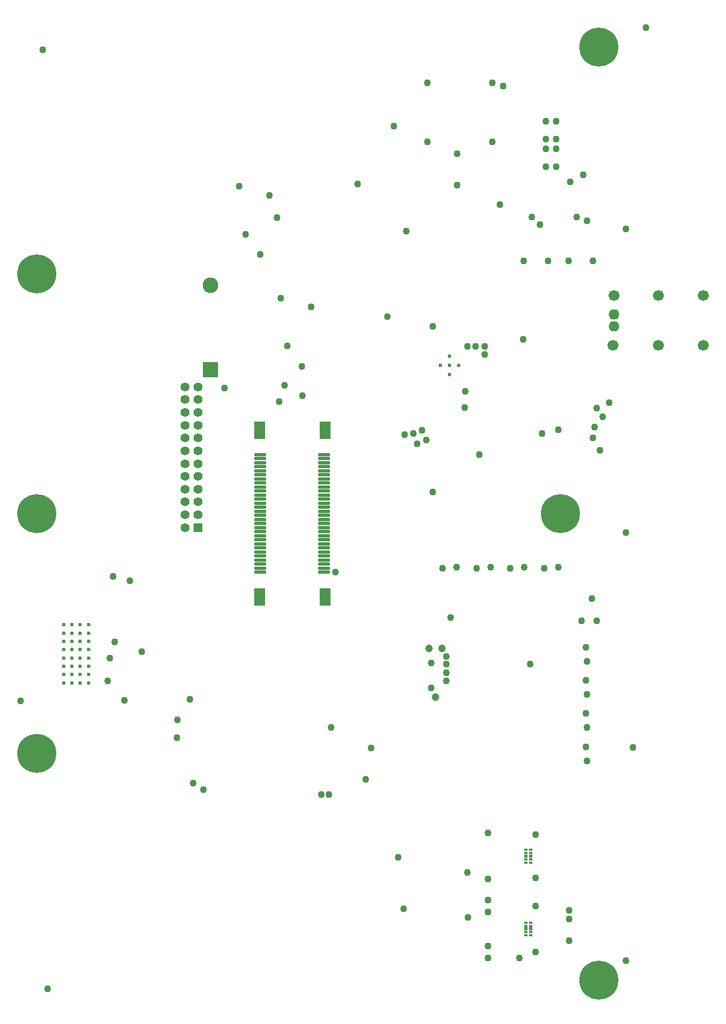
<source format=gbs>
G04*
G04 #@! TF.GenerationSoftware,Altium Limited,Altium Designer,24.9.1 (31)*
G04*
G04 Layer_Color=16711935*
%FSLAX44Y44*%
%MOMM*%
G71*
G04*
G04 #@! TF.SameCoordinates,CDEC626A-A255-468D-B0CC-3EE591A55D7D*
G04*
G04*
G04 #@! TF.FilePolarity,Negative*
G04*
G01*
G75*
%ADD157R,0.6000X0.3500*%
%ADD158R,0.6000X0.5500*%
%ADD189C,1.2000*%
%ADD190C,1.3900*%
%ADD191R,1.3900X1.3900*%
%ADD192C,2.4500*%
%ADD193R,2.4500X2.4500*%
%ADD194O,1.7000X1.6000*%
%ADD195C,1.7000*%
%ADD196C,0.1000*%
%ADD197C,6.1000*%
%ADD198C,0.6000*%
%ADD206C,1.1000*%
G04:AMPARAMS|DCode=231|XSize=0.45mm|YSize=1.9mm|CornerRadius=0.1375mm|HoleSize=0mm|Usage=FLASHONLY|Rotation=90.000|XOffset=0mm|YOffset=0mm|HoleType=Round|Shape=RoundedRectangle|*
%AMROUNDEDRECTD231*
21,1,0.4500,1.6250,0,0,90.0*
21,1,0.1750,1.9000,0,0,90.0*
1,1,0.2750,0.8125,0.0875*
1,1,0.2750,0.8125,-0.0875*
1,1,0.2750,-0.8125,-0.0875*
1,1,0.2750,-0.8125,0.0875*
%
%ADD231ROUNDEDRECTD231*%
%ADD232R,1.7000X2.7000*%
D157*
X365000Y-526000D02*
D03*
Y-531000D02*
D03*
Y-541000D02*
D03*
Y-546000D02*
D03*
X373000D02*
D03*
Y-541000D02*
D03*
Y-531000D02*
D03*
Y-526000D02*
D03*
X365000Y-640000D02*
D03*
Y-645000D02*
D03*
Y-655000D02*
D03*
Y-660000D02*
D03*
X373000D02*
D03*
Y-655000D02*
D03*
Y-645000D02*
D03*
Y-640000D02*
D03*
D158*
X365000Y-536000D02*
D03*
X373000D02*
D03*
X365000Y-650000D02*
D03*
X373000D02*
D03*
D189*
X233810Y-210900D02*
D03*
X213490D02*
D03*
X223650Y-287100D02*
D03*
D190*
X-168000Y198000D02*
D03*
Y178000D02*
D03*
Y158000D02*
D03*
Y138000D02*
D03*
Y118000D02*
D03*
Y98000D02*
D03*
Y78000D02*
D03*
Y58000D02*
D03*
Y38000D02*
D03*
Y18000D02*
D03*
Y-2000D02*
D03*
Y-22000D02*
D03*
X-148000Y198000D02*
D03*
Y178000D02*
D03*
Y158000D02*
D03*
Y138000D02*
D03*
Y118000D02*
D03*
Y98000D02*
D03*
Y78000D02*
D03*
Y58000D02*
D03*
Y38000D02*
D03*
Y18000D02*
D03*
Y-2000D02*
D03*
D191*
Y-22000D02*
D03*
D192*
X-128000Y357050D02*
D03*
D193*
Y224950D02*
D03*
D194*
X503000Y293000D02*
D03*
Y311000D02*
D03*
D195*
X501730Y263000D02*
D03*
X573000D02*
D03*
X643000D02*
D03*
X573000Y341000D02*
D03*
X503000D02*
D03*
X643000D02*
D03*
D196*
Y302000D02*
D03*
Y368000D02*
D03*
X-47000Y-105975D02*
D03*
Y105970D02*
D03*
D197*
X-400000Y375000D02*
D03*
Y-375000D02*
D03*
X480000Y-730000D02*
D03*
Y730000D02*
D03*
X-400000Y0D02*
D03*
X420000D02*
D03*
D198*
X246000Y217000D02*
D03*
Y246000D02*
D03*
X260000Y232000D02*
D03*
X232000D02*
D03*
X246000D02*
D03*
X-319000Y-265000D02*
D03*
Y-252000D02*
D03*
Y-239000D02*
D03*
Y-226000D02*
D03*
Y-213000D02*
D03*
Y-200000D02*
D03*
Y-187000D02*
D03*
Y-174000D02*
D03*
X-332000Y-265000D02*
D03*
Y-252000D02*
D03*
Y-239000D02*
D03*
Y-226000D02*
D03*
Y-213000D02*
D03*
Y-200000D02*
D03*
Y-187000D02*
D03*
Y-174000D02*
D03*
X-345000Y-265000D02*
D03*
Y-252000D02*
D03*
Y-239000D02*
D03*
Y-226000D02*
D03*
Y-213000D02*
D03*
Y-200000D02*
D03*
Y-187000D02*
D03*
Y-174000D02*
D03*
X-358000Y-265000D02*
D03*
Y-252000D02*
D03*
Y-239000D02*
D03*
Y-226000D02*
D03*
Y-213000D02*
D03*
Y-200000D02*
D03*
Y-187000D02*
D03*
Y-174000D02*
D03*
D206*
X293000Y92000D02*
D03*
X174000Y-618000D02*
D03*
X416250Y131000D02*
D03*
X-18000Y337000D02*
D03*
X391000Y125000D02*
D03*
X445000Y464000D02*
D03*
X461000Y458000D02*
D03*
X387000Y452000D02*
D03*
X375000Y464000D02*
D03*
X476000Y165000D02*
D03*
X496000Y173000D02*
D03*
X486000Y151000D02*
D03*
X473000Y135000D02*
D03*
X470000Y118000D02*
D03*
X481000Y99000D02*
D03*
X257000Y-84000D02*
D03*
X235000Y-86000D02*
D03*
X310000Y-84000D02*
D03*
X288000Y-86000D02*
D03*
X363000Y-84000D02*
D03*
X341000Y-86000D02*
D03*
X416000Y-84000D02*
D03*
X394000Y-86000D02*
D03*
X461000Y-387000D02*
D03*
X459000Y-365000D02*
D03*
X461000Y-335000D02*
D03*
X459000Y-313000D02*
D03*
X461000Y-283000D02*
D03*
X459000Y-261000D02*
D03*
X15000Y230000D02*
D03*
X29000Y323000D02*
D03*
X-8000Y262000D02*
D03*
X274000Y-562000D02*
D03*
X166000Y-538000D02*
D03*
X306000Y-500000D02*
D03*
Y-572000D02*
D03*
X381000Y-570000D02*
D03*
Y-502000D02*
D03*
X115000Y-416000D02*
D03*
X306000Y-605000D02*
D03*
Y-695000D02*
D03*
X381000Y-686000D02*
D03*
Y-614000D02*
D03*
X57000Y-440000D02*
D03*
X45000D02*
D03*
X123000Y-367000D02*
D03*
X159000Y606000D02*
D03*
X372000Y-236000D02*
D03*
X306000Y-677000D02*
D03*
Y-623000D02*
D03*
X433000Y-668000D02*
D03*
Y-634000D02*
D03*
Y-621000D02*
D03*
X461000Y-231000D02*
D03*
X459000Y-209000D02*
D03*
X61000Y-335000D02*
D03*
X553000Y760000D02*
D03*
X-106000Y196000D02*
D03*
X-391000Y725000D02*
D03*
X220000Y34000D02*
D03*
X149000Y308000D02*
D03*
X355000Y-695000D02*
D03*
X-383000Y-744000D02*
D03*
X-262617Y-292383D02*
D03*
X189000Y125000D02*
D03*
X195000Y109000D02*
D03*
X271000Y191000D02*
D03*
X210000Y115000D02*
D03*
X270000Y166000D02*
D03*
X176000Y123000D02*
D03*
X203000Y130000D02*
D03*
X274000Y261000D02*
D03*
X287000D02*
D03*
X301000Y249000D02*
D03*
Y261000D02*
D03*
X-21000Y175000D02*
D03*
X-12000Y200000D02*
D03*
X16000Y184000D02*
D03*
X476492Y-167965D02*
D03*
X452492D02*
D03*
X-281000Y-98500D02*
D03*
X-254000Y-105000D02*
D03*
X248000Y-163000D02*
D03*
X-236000Y-216000D02*
D03*
X220000Y293000D02*
D03*
X275000Y-632000D02*
D03*
X67000Y-92000D02*
D03*
X469000Y-133000D02*
D03*
X361000Y272000D02*
D03*
X455000Y530000D02*
D03*
X102000Y515000D02*
D03*
X435000Y519000D02*
D03*
X258000Y514000D02*
D03*
X258000Y563000D02*
D03*
X-180000Y-323000D02*
D03*
X-181000Y-351000D02*
D03*
X241000Y-249000D02*
D03*
X217000Y-273000D02*
D03*
X241000Y-262000D02*
D03*
Y-236000D02*
D03*
X217000Y-234000D02*
D03*
X241000Y-224000D02*
D03*
X-155000Y-422000D02*
D03*
X-139000Y-432000D02*
D03*
X-285500Y-226500D02*
D03*
X-278000Y-201000D02*
D03*
X-425000Y-293000D02*
D03*
X-160000Y-291000D02*
D03*
X-289000Y-262000D02*
D03*
X-73000Y437000D02*
D03*
X-36000Y498000D02*
D03*
X-50000Y405000D02*
D03*
X-24000Y463000D02*
D03*
X-83000Y512000D02*
D03*
X330000Y669000D02*
D03*
X325000Y483000D02*
D03*
X178000Y442000D02*
D03*
X522000Y445000D02*
D03*
X533000Y-366000D02*
D03*
X522000Y-30000D02*
D03*
Y-700000D02*
D03*
X400000Y395000D02*
D03*
X362000D02*
D03*
X470000D02*
D03*
X432000D02*
D03*
X413000Y614000D02*
D03*
Y586000D02*
D03*
X397000Y614000D02*
D03*
Y586000D02*
D03*
Y542600D02*
D03*
X413000D02*
D03*
Y570600D02*
D03*
X397000D02*
D03*
X211000Y674000D02*
D03*
X313000D02*
D03*
X211000Y581000D02*
D03*
X313000D02*
D03*
D231*
X-50000Y92075D02*
D03*
Y85725D02*
D03*
Y79375D02*
D03*
Y73025D02*
D03*
Y66675D02*
D03*
Y60325D02*
D03*
Y53975D02*
D03*
Y47625D02*
D03*
Y41275D02*
D03*
Y34925D02*
D03*
Y28575D02*
D03*
Y22225D02*
D03*
Y15875D02*
D03*
Y9525D02*
D03*
Y3175D02*
D03*
Y-3175D02*
D03*
Y-9525D02*
D03*
Y-15875D02*
D03*
Y-22225D02*
D03*
Y-28575D02*
D03*
Y-34925D02*
D03*
Y-41275D02*
D03*
Y-47625D02*
D03*
Y-53975D02*
D03*
Y-60325D02*
D03*
Y-66675D02*
D03*
Y-73025D02*
D03*
Y-79375D02*
D03*
Y-85725D02*
D03*
Y-92075D02*
D03*
X50000Y92075D02*
D03*
Y85725D02*
D03*
Y79375D02*
D03*
Y73025D02*
D03*
Y66675D02*
D03*
Y60325D02*
D03*
Y53975D02*
D03*
Y47625D02*
D03*
Y41275D02*
D03*
Y34925D02*
D03*
Y28575D02*
D03*
Y22225D02*
D03*
Y15875D02*
D03*
Y9525D02*
D03*
Y3175D02*
D03*
Y-3175D02*
D03*
Y-9525D02*
D03*
Y-15875D02*
D03*
Y-22225D02*
D03*
Y-28575D02*
D03*
Y-34925D02*
D03*
Y-41275D02*
D03*
Y-47625D02*
D03*
Y-53975D02*
D03*
Y-60325D02*
D03*
Y-66675D02*
D03*
Y-73025D02*
D03*
Y-79375D02*
D03*
Y-85725D02*
D03*
Y-92075D02*
D03*
D232*
X-51000Y130250D02*
D03*
X51000D02*
D03*
Y-130250D02*
D03*
X-51000D02*
D03*
M02*

</source>
